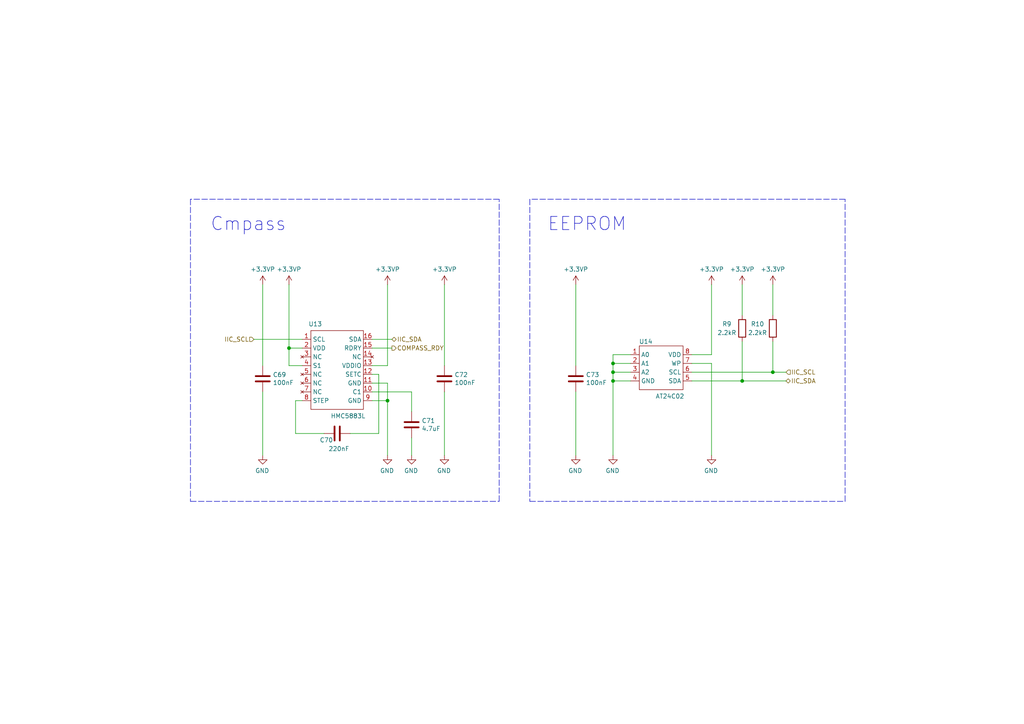
<source format=kicad_sch>
(kicad_sch (version 20211123) (generator eeschema)

  (uuid dac857bd-d2fe-4c0a-a82c-2b43d1c4927c)

  (paper "A4")

  (title_block
    (title "MM32_Board")
    (date "2022-01-18")
    (rev "1.2.2")
  )

  (lib_symbols
    (symbol "Device:C" (pin_numbers hide) (pin_names (offset 0.254)) (in_bom yes) (on_board yes)
      (property "Reference" "C" (id 0) (at 0.635 2.54 0)
        (effects (font (size 1.27 1.27)) (justify left))
      )
      (property "Value" "C" (id 1) (at 0.635 -2.54 0)
        (effects (font (size 1.27 1.27)) (justify left))
      )
      (property "Footprint" "" (id 2) (at 0.9652 -3.81 0)
        (effects (font (size 1.27 1.27)) hide)
      )
      (property "Datasheet" "~" (id 3) (at 0 0 0)
        (effects (font (size 1.27 1.27)) hide)
      )
      (property "ki_keywords" "cap capacitor" (id 4) (at 0 0 0)
        (effects (font (size 1.27 1.27)) hide)
      )
      (property "ki_description" "Unpolarized capacitor" (id 5) (at 0 0 0)
        (effects (font (size 1.27 1.27)) hide)
      )
      (property "ki_fp_filters" "C_*" (id 6) (at 0 0 0)
        (effects (font (size 1.27 1.27)) hide)
      )
      (symbol "C_0_1"
        (polyline
          (pts
            (xy -2.032 -0.762)
            (xy 2.032 -0.762)
          )
          (stroke (width 0.508) (type default) (color 0 0 0 0))
          (fill (type none))
        )
        (polyline
          (pts
            (xy -2.032 0.762)
            (xy 2.032 0.762)
          )
          (stroke (width 0.508) (type default) (color 0 0 0 0))
          (fill (type none))
        )
      )
      (symbol "C_1_1"
        (pin passive line (at 0 3.81 270) (length 2.794)
          (name "~" (effects (font (size 1.27 1.27))))
          (number "1" (effects (font (size 1.27 1.27))))
        )
        (pin passive line (at 0 -3.81 90) (length 2.794)
          (name "~" (effects (font (size 1.27 1.27))))
          (number "2" (effects (font (size 1.27 1.27))))
        )
      )
    )
    (symbol "Device:R" (pin_numbers hide) (pin_names (offset 0)) (in_bom yes) (on_board yes)
      (property "Reference" "R" (id 0) (at 2.032 0 90)
        (effects (font (size 1.27 1.27)))
      )
      (property "Value" "R" (id 1) (at 0 0 90)
        (effects (font (size 1.27 1.27)))
      )
      (property "Footprint" "" (id 2) (at -1.778 0 90)
        (effects (font (size 1.27 1.27)) hide)
      )
      (property "Datasheet" "~" (id 3) (at 0 0 0)
        (effects (font (size 1.27 1.27)) hide)
      )
      (property "ki_keywords" "R res resistor" (id 4) (at 0 0 0)
        (effects (font (size 1.27 1.27)) hide)
      )
      (property "ki_description" "Resistor" (id 5) (at 0 0 0)
        (effects (font (size 1.27 1.27)) hide)
      )
      (property "ki_fp_filters" "R_*" (id 6) (at 0 0 0)
        (effects (font (size 1.27 1.27)) hide)
      )
      (symbol "R_0_1"
        (rectangle (start -1.016 -2.54) (end 1.016 2.54)
          (stroke (width 0.254) (type default) (color 0 0 0 0))
          (fill (type none))
        )
      )
      (symbol "R_1_1"
        (pin passive line (at 0 3.81 270) (length 1.27)
          (name "~" (effects (font (size 1.27 1.27))))
          (number "1" (effects (font (size 1.27 1.27))))
        )
        (pin passive line (at 0 -3.81 90) (length 1.27)
          (name "~" (effects (font (size 1.27 1.27))))
          (number "2" (effects (font (size 1.27 1.27))))
        )
      )
    )
    (symbol "MM32_Periph:AT24C02" (in_bom yes) (on_board yes)
      (property "Reference" "U" (id 0) (at 1.27 13.97 0)
        (effects (font (size 1.27 1.27)))
      )
      (property "Value" "AT24C02" (id 1) (at 6.35 -1.27 0)
        (effects (font (size 1.27 1.27)))
      )
      (property "Footprint" "Package_SO:SOP-8_3.9x4.9mm_P1.27mm" (id 2) (at 7.62 -3.81 0)
        (effects (font (size 1.27 1.27)) hide)
      )
      (property "Datasheet" "" (id 3) (at 1.27 16.51 0)
        (effects (font (size 1.27 1.27)) hide)
      )
      (symbol "AT24C02_0_1"
        (rectangle (start 0 12.7) (end 12.7 0)
          (stroke (width 0) (type default) (color 0 0 0 0))
          (fill (type none))
        )
      )
      (symbol "AT24C02_1_1"
        (pin input line (at -2.54 10.16 0) (length 2.54)
          (name "A0" (effects (font (size 1.27 1.27))))
          (number "1" (effects (font (size 1.27 1.27))))
        )
        (pin input line (at -2.54 7.62 0) (length 2.54)
          (name "A1" (effects (font (size 1.27 1.27))))
          (number "2" (effects (font (size 1.27 1.27))))
        )
        (pin input line (at -2.54 5.08 0) (length 2.54)
          (name "A2" (effects (font (size 1.27 1.27))))
          (number "3" (effects (font (size 1.27 1.27))))
        )
        (pin power_in line (at -2.54 2.54 0) (length 2.54)
          (name "GND" (effects (font (size 1.27 1.27))))
          (number "4" (effects (font (size 1.27 1.27))))
        )
        (pin bidirectional line (at 15.24 2.54 180) (length 2.54)
          (name "SDA" (effects (font (size 1.27 1.27))))
          (number "5" (effects (font (size 1.27 1.27))))
        )
        (pin input line (at 15.24 5.08 180) (length 2.54)
          (name "SCL" (effects (font (size 1.27 1.27))))
          (number "6" (effects (font (size 1.27 1.27))))
        )
        (pin input line (at 15.24 7.62 180) (length 2.54)
          (name "WP" (effects (font (size 1.27 1.27))))
          (number "7" (effects (font (size 1.27 1.27))))
        )
        (pin power_in line (at 15.24 10.16 180) (length 2.54)
          (name "VDD" (effects (font (size 1.27 1.27))))
          (number "8" (effects (font (size 1.27 1.27))))
        )
      )
    )
    (symbol "MM32_Periph:HMC5883L" (in_bom yes) (on_board yes)
      (property "Reference" "U" (id 0) (at 1.27 24.13 0)
        (effects (font (size 1.27 1.27)))
      )
      (property "Value" "HMC5883L" (id 1) (at 10.16 -1.27 0)
        (effects (font (size 1.27 1.27)))
      )
      (property "Footprint" "MM32_Library:QFN-16_3x3_Pitch0.5mm" (id 2) (at 2.54 25.4 0)
        (effects (font (size 1.27 1.27)) hide)
      )
      (property "Datasheet" "" (id 3) (at 2.54 25.4 0)
        (effects (font (size 1.27 1.27)) hide)
      )
      (symbol "HMC5883L_0_1"
        (rectangle (start 0 22.86) (end 15.24 0)
          (stroke (width 0) (type default) (color 0 0 0 0))
          (fill (type none))
        )
      )
      (symbol "HMC5883L_1_1"
        (pin input line (at -2.54 20.32 0) (length 2.54)
          (name "SCL" (effects (font (size 1.27 1.27))))
          (number "1" (effects (font (size 1.27 1.27))))
        )
        (pin passive line (at 17.78 5.08 180) (length 2.54)
          (name "C1" (effects (font (size 1.27 1.27))))
          (number "10" (effects (font (size 1.27 1.27))))
        )
        (pin power_in line (at 17.78 7.62 180) (length 2.54)
          (name "GND" (effects (font (size 1.27 1.27))))
          (number "11" (effects (font (size 1.27 1.27))))
        )
        (pin passive line (at 17.78 10.16 180) (length 2.54)
          (name "SETC" (effects (font (size 1.27 1.27))))
          (number "12" (effects (font (size 1.27 1.27))))
        )
        (pin power_in line (at 17.78 12.7 180) (length 2.54)
          (name "VDDIO" (effects (font (size 1.27 1.27))))
          (number "13" (effects (font (size 1.27 1.27))))
        )
        (pin no_connect line (at 17.78 15.24 180) (length 2.54)
          (name "NC" (effects (font (size 1.27 1.27))))
          (number "14" (effects (font (size 1.27 1.27))))
        )
        (pin output line (at 17.78 17.78 180) (length 2.54)
          (name "RDRY" (effects (font (size 1.27 1.27))))
          (number "15" (effects (font (size 1.27 1.27))))
        )
        (pin bidirectional line (at 17.78 20.32 180) (length 2.54)
          (name "SDA" (effects (font (size 1.27 1.27))))
          (number "16" (effects (font (size 1.27 1.27))))
        )
        (pin power_in line (at -2.54 17.78 0) (length 2.54)
          (name "VDD" (effects (font (size 1.27 1.27))))
          (number "2" (effects (font (size 1.27 1.27))))
        )
        (pin no_connect line (at -2.54 15.24 0) (length 2.54)
          (name "NC" (effects (font (size 1.27 1.27))))
          (number "3" (effects (font (size 1.27 1.27))))
        )
        (pin power_in line (at -2.54 12.7 0) (length 2.54)
          (name "S1" (effects (font (size 1.27 1.27))))
          (number "4" (effects (font (size 1.27 1.27))))
        )
        (pin no_connect line (at -2.54 10.16 0) (length 2.54)
          (name "NC" (effects (font (size 1.27 1.27))))
          (number "5" (effects (font (size 1.27 1.27))))
        )
        (pin no_connect line (at -2.54 7.62 0) (length 2.54)
          (name "NC" (effects (font (size 1.27 1.27))))
          (number "6" (effects (font (size 1.27 1.27))))
        )
        (pin no_connect line (at -2.54 5.08 0) (length 2.54)
          (name "NC" (effects (font (size 1.27 1.27))))
          (number "7" (effects (font (size 1.27 1.27))))
        )
        (pin passive line (at -2.54 2.54 0) (length 2.54)
          (name "STEP" (effects (font (size 1.27 1.27))))
          (number "8" (effects (font (size 1.27 1.27))))
        )
        (pin power_in line (at 17.78 2.54 180) (length 2.54)
          (name "GND" (effects (font (size 1.27 1.27))))
          (number "9" (effects (font (size 1.27 1.27))))
        )
      )
    )
    (symbol "power:+3.3VP" (power) (pin_names (offset 0)) (in_bom yes) (on_board yes)
      (property "Reference" "#PWR" (id 0) (at 3.81 -1.27 0)
        (effects (font (size 1.27 1.27)) hide)
      )
      (property "Value" "+3.3VP" (id 1) (at 0 2.54 0)
        (effects (font (size 1.27 1.27)))
      )
      (property "Footprint" "" (id 2) (at 0 0 0)
        (effects (font (size 1.27 1.27)) hide)
      )
      (property "Datasheet" "" (id 3) (at 0 0 0)
        (effects (font (size 1.27 1.27)) hide)
      )
      (property "ki_keywords" "power-flag" (id 4) (at 0 0 0)
        (effects (font (size 1.27 1.27)) hide)
      )
      (property "ki_description" "Power symbol creates a global label with name \"+3.3VP\"" (id 5) (at 0 0 0)
        (effects (font (size 1.27 1.27)) hide)
      )
      (symbol "+3.3VP_0_0"
        (pin power_in line (at 0 0 90) (length 0) hide
          (name "+3.3VP" (effects (font (size 1.27 1.27))))
          (number "1" (effects (font (size 1.27 1.27))))
        )
      )
      (symbol "+3.3VP_0_1"
        (polyline
          (pts
            (xy -0.762 1.27)
            (xy 0 2.54)
          )
          (stroke (width 0) (type default) (color 0 0 0 0))
          (fill (type none))
        )
        (polyline
          (pts
            (xy 0 0)
            (xy 0 2.54)
          )
          (stroke (width 0) (type default) (color 0 0 0 0))
          (fill (type none))
        )
        (polyline
          (pts
            (xy 0 2.54)
            (xy 0.762 1.27)
          )
          (stroke (width 0) (type default) (color 0 0 0 0))
          (fill (type none))
        )
      )
    )
    (symbol "power:GND" (power) (pin_names (offset 0)) (in_bom yes) (on_board yes)
      (property "Reference" "#PWR" (id 0) (at 0 -6.35 0)
        (effects (font (size 1.27 1.27)) hide)
      )
      (property "Value" "GND" (id 1) (at 0 -3.81 0)
        (effects (font (size 1.27 1.27)))
      )
      (property "Footprint" "" (id 2) (at 0 0 0)
        (effects (font (size 1.27 1.27)) hide)
      )
      (property "Datasheet" "" (id 3) (at 0 0 0)
        (effects (font (size 1.27 1.27)) hide)
      )
      (property "ki_keywords" "power-flag" (id 4) (at 0 0 0)
        (effects (font (size 1.27 1.27)) hide)
      )
      (property "ki_description" "Power symbol creates a global label with name \"GND\" , ground" (id 5) (at 0 0 0)
        (effects (font (size 1.27 1.27)) hide)
      )
      (symbol "GND_0_1"
        (polyline
          (pts
            (xy 0 0)
            (xy 0 -1.27)
            (xy 1.27 -1.27)
            (xy 0 -2.54)
            (xy -1.27 -1.27)
            (xy 0 -1.27)
          )
          (stroke (width 0) (type default) (color 0 0 0 0))
          (fill (type none))
        )
      )
      (symbol "GND_1_1"
        (pin power_in line (at 0 0 270) (length 0) hide
          (name "GND" (effects (font (size 1.27 1.27))))
          (number "1" (effects (font (size 1.27 1.27))))
        )
      )
    )
  )

  (junction (at 215.265 110.49) (diameter 0) (color 0 0 0 0)
    (uuid 0b1847de-4ecc-4278-b070-96c35b8fd8bd)
  )
  (junction (at 177.8 107.95) (diameter 0) (color 0 0 0 0)
    (uuid 3fa86761-3c92-4b21-8139-66931689cabe)
  )
  (junction (at 83.82 100.965) (diameter 0) (color 0 0 0 0)
    (uuid 96361931-90e6-466d-9931-086a0ffba5fb)
  )
  (junction (at 177.8 110.49) (diameter 0) (color 0 0 0 0)
    (uuid 99246cc7-2c18-4350-baef-00bc5dcfe320)
  )
  (junction (at 177.8 105.41) (diameter 0) (color 0 0 0 0)
    (uuid 9a143b2e-3ddf-4817-8bf2-0b89338870b5)
  )
  (junction (at 224.155 107.95) (diameter 0) (color 0 0 0 0)
    (uuid e374fddb-3e22-4f80-bfa2-0d706d3c02b3)
  )
  (junction (at 112.395 116.205) (diameter 0) (color 0 0 0 0)
    (uuid e5d3570f-70d2-4dcb-8a26-2e8b7d7317c4)
  )

  (wire (pts (xy 112.395 82.55) (xy 112.395 106.045))
    (stroke (width 0) (type default) (color 0 0 0 0))
    (uuid 02eb7c30-1032-44c3-af47-5b253392902e)
  )
  (polyline (pts (xy 55.245 145.415) (xy 144.78 145.415))
    (stroke (width 0) (type default) (color 0 0 0 0))
    (uuid 0aa4b9ba-d403-4a92-be1a-5a5e9cc3ab5c)
  )

  (wire (pts (xy 206.375 102.87) (xy 200.66 102.87))
    (stroke (width 0) (type default) (color 0 0 0 0))
    (uuid 0e051b19-c3f8-43c7-9911-d04697e9a7ef)
  )
  (wire (pts (xy 87.63 106.045) (xy 83.82 106.045))
    (stroke (width 0) (type default) (color 0 0 0 0))
    (uuid 1114fad5-081a-4442-a66d-0aef7480e33f)
  )
  (wire (pts (xy 200.66 110.49) (xy 215.265 110.49))
    (stroke (width 0) (type default) (color 0 0 0 0))
    (uuid 123f1a95-bdbc-4185-aa40-71ca26c063da)
  )
  (wire (pts (xy 93.98 125.73) (xy 85.725 125.73))
    (stroke (width 0) (type default) (color 0 0 0 0))
    (uuid 1417da3c-3c5b-41a9-926b-8d236ab3b952)
  )
  (wire (pts (xy 112.395 116.205) (xy 112.395 132.08))
    (stroke (width 0) (type default) (color 0 0 0 0))
    (uuid 1448e2ee-4843-4488-a564-02c4d7b156d2)
  )
  (wire (pts (xy 83.82 100.965) (xy 87.63 100.965))
    (stroke (width 0) (type default) (color 0 0 0 0))
    (uuid 163b340b-d287-4298-bc90-f6f442d74493)
  )
  (wire (pts (xy 107.95 100.965) (xy 113.665 100.965))
    (stroke (width 0) (type default) (color 0 0 0 0))
    (uuid 174fe534-9610-415a-b69e-56ad988bb1d1)
  )
  (wire (pts (xy 177.8 107.95) (xy 182.88 107.95))
    (stroke (width 0) (type default) (color 0 0 0 0))
    (uuid 1ab0a218-0339-484c-84d4-cb31afdbcb5c)
  )
  (wire (pts (xy 76.2 113.665) (xy 76.2 132.08))
    (stroke (width 0) (type default) (color 0 0 0 0))
    (uuid 1bea2829-e911-43e1-9444-bcee43177dd6)
  )
  (wire (pts (xy 215.265 82.55) (xy 215.265 91.44))
    (stroke (width 0) (type default) (color 0 0 0 0))
    (uuid 3b3979f9-3b71-4d61-b9a9-019b75c9eb35)
  )
  (wire (pts (xy 224.155 82.55) (xy 224.155 91.44))
    (stroke (width 0) (type default) (color 0 0 0 0))
    (uuid 3bbb179b-6cf6-4b97-b242-21e9fc820c5d)
  )
  (wire (pts (xy 177.8 107.95) (xy 177.8 110.49))
    (stroke (width 0) (type default) (color 0 0 0 0))
    (uuid 3c2369e4-4bc0-4d92-bbca-d6aa21e3f25a)
  )
  (wire (pts (xy 200.66 107.95) (xy 224.155 107.95))
    (stroke (width 0) (type default) (color 0 0 0 0))
    (uuid 40427fe7-e0c4-418a-a965-1c487507516b)
  )
  (wire (pts (xy 128.905 113.665) (xy 128.905 132.08))
    (stroke (width 0) (type default) (color 0 0 0 0))
    (uuid 47a9952a-53e3-405f-971b-785e2f5b12c4)
  )
  (wire (pts (xy 119.38 113.665) (xy 119.38 119.38))
    (stroke (width 0) (type default) (color 0 0 0 0))
    (uuid 533706fe-192f-42a0-8d1b-54f9ee2013ba)
  )
  (wire (pts (xy 107.95 116.205) (xy 112.395 116.205))
    (stroke (width 0) (type default) (color 0 0 0 0))
    (uuid 598788b1-6cd1-4871-82cc-13ccb990f656)
  )
  (wire (pts (xy 224.155 99.06) (xy 224.155 107.95))
    (stroke (width 0) (type default) (color 0 0 0 0))
    (uuid 5aa93ef4-fb9d-49ed-b400-660791aa6d1e)
  )
  (wire (pts (xy 107.95 111.125) (xy 112.395 111.125))
    (stroke (width 0) (type default) (color 0 0 0 0))
    (uuid 5d3b1520-4846-48a2-8f8d-69acf5d56f23)
  )
  (wire (pts (xy 177.8 102.87) (xy 177.8 105.41))
    (stroke (width 0) (type default) (color 0 0 0 0))
    (uuid 62f08aa8-6225-4402-9d4d-8b0240f6b346)
  )
  (wire (pts (xy 109.855 108.585) (xy 109.855 125.73))
    (stroke (width 0) (type default) (color 0 0 0 0))
    (uuid 682787a0-1220-41a6-8cc9-3133ff3f38a8)
  )
  (wire (pts (xy 83.82 82.55) (xy 83.82 100.965))
    (stroke (width 0) (type default) (color 0 0 0 0))
    (uuid 69fe1b1e-4c0c-4736-9b0b-4379a39a282e)
  )
  (wire (pts (xy 128.905 82.55) (xy 128.905 106.045))
    (stroke (width 0) (type default) (color 0 0 0 0))
    (uuid 6fedb575-1899-431d-876d-9dcbad6d7729)
  )
  (wire (pts (xy 112.395 111.125) (xy 112.395 116.205))
    (stroke (width 0) (type default) (color 0 0 0 0))
    (uuid 7d637fa6-85ea-4505-a399-87ca530fa22e)
  )
  (wire (pts (xy 206.375 105.41) (xy 206.375 132.08))
    (stroke (width 0) (type default) (color 0 0 0 0))
    (uuid 7e029e60-9d6f-4828-80e9-33c3ce309878)
  )
  (polyline (pts (xy 153.67 57.785) (xy 153.67 145.415))
    (stroke (width 0) (type default) (color 0 0 0 0))
    (uuid 83879123-2390-4687-88f2-681e583a6b58)
  )
  (polyline (pts (xy 144.78 57.785) (xy 55.245 57.785))
    (stroke (width 0) (type default) (color 0 0 0 0))
    (uuid 96448024-5e99-441a-a68e-c824741a1ce8)
  )

  (wire (pts (xy 107.95 106.045) (xy 112.395 106.045))
    (stroke (width 0) (type default) (color 0 0 0 0))
    (uuid 9e246f0e-a939-4c38-8feb-7c9c5e9f4985)
  )
  (polyline (pts (xy 153.67 145.415) (xy 245.11 145.415))
    (stroke (width 0) (type default) (color 0 0 0 0))
    (uuid a5b3604f-6dcf-4809-9e58-93a237db22b9)
  )

  (wire (pts (xy 85.725 116.205) (xy 87.63 116.205))
    (stroke (width 0) (type default) (color 0 0 0 0))
    (uuid a63bdaac-6228-4ff7-9466-2699654c7814)
  )
  (wire (pts (xy 206.375 82.55) (xy 206.375 102.87))
    (stroke (width 0) (type default) (color 0 0 0 0))
    (uuid ad8ca98b-c869-4161-b055-d2768203c619)
  )
  (wire (pts (xy 215.265 99.06) (xy 215.265 110.49))
    (stroke (width 0) (type default) (color 0 0 0 0))
    (uuid afa040f3-2d26-4a6f-bdcf-a661df58f782)
  )
  (wire (pts (xy 83.82 100.965) (xy 83.82 106.045))
    (stroke (width 0) (type default) (color 0 0 0 0))
    (uuid b112ef06-d9f4-430f-9edf-6a9d2c16a69d)
  )
  (polyline (pts (xy 55.245 57.785) (xy 55.245 145.415))
    (stroke (width 0) (type default) (color 0 0 0 0))
    (uuid b3a228f5-99b4-4b5e-81b5-6994fd8791d7)
  )

  (wire (pts (xy 215.265 110.49) (xy 227.965 110.49))
    (stroke (width 0) (type default) (color 0 0 0 0))
    (uuid b8ece0c4-6800-4f93-858f-6c6f445b278c)
  )
  (wire (pts (xy 167.005 113.665) (xy 167.005 132.08))
    (stroke (width 0) (type default) (color 0 0 0 0))
    (uuid bfa58ffe-75b4-4ffe-b7ce-22611df5a49a)
  )
  (wire (pts (xy 177.8 110.49) (xy 177.8 132.08))
    (stroke (width 0) (type default) (color 0 0 0 0))
    (uuid c1d46dec-3b89-4887-9259-fdaaed757c8a)
  )
  (wire (pts (xy 182.88 102.87) (xy 177.8 102.87))
    (stroke (width 0) (type default) (color 0 0 0 0))
    (uuid c284c90c-6f13-4a10-83e8-ceb87f5aad77)
  )
  (wire (pts (xy 200.66 105.41) (xy 206.375 105.41))
    (stroke (width 0) (type default) (color 0 0 0 0))
    (uuid c60a252f-9484-4a51-ae51-bc8edcdee435)
  )
  (wire (pts (xy 182.88 110.49) (xy 177.8 110.49))
    (stroke (width 0) (type default) (color 0 0 0 0))
    (uuid d46ed965-2f7f-4b9b-8a5a-13d20ffa07e7)
  )
  (wire (pts (xy 177.8 105.41) (xy 182.88 105.41))
    (stroke (width 0) (type default) (color 0 0 0 0))
    (uuid d7c887b9-975f-4706-9f56-da75335a1a5b)
  )
  (polyline (pts (xy 245.11 57.785) (xy 153.67 57.785))
    (stroke (width 0) (type default) (color 0 0 0 0))
    (uuid dacc1a25-3f27-4e1b-b627-f0a00f78773c)
  )

  (wire (pts (xy 177.8 105.41) (xy 177.8 107.95))
    (stroke (width 0) (type default) (color 0 0 0 0))
    (uuid e183c0d6-2fcd-4c7f-974b-e091212e0d31)
  )
  (wire (pts (xy 107.95 113.665) (xy 119.38 113.665))
    (stroke (width 0) (type default) (color 0 0 0 0))
    (uuid e290f5ac-45bf-49af-b770-6508468bb0e2)
  )
  (wire (pts (xy 73.66 98.425) (xy 87.63 98.425))
    (stroke (width 0) (type default) (color 0 0 0 0))
    (uuid e46f4367-20fa-4b5c-91bc-b82d5fa94e12)
  )
  (wire (pts (xy 76.2 82.55) (xy 76.2 106.045))
    (stroke (width 0) (type default) (color 0 0 0 0))
    (uuid e92daa4d-6f44-438e-b7d5-96f2cb129971)
  )
  (wire (pts (xy 107.95 98.425) (xy 113.665 98.425))
    (stroke (width 0) (type default) (color 0 0 0 0))
    (uuid eba79d91-7ccf-4a8d-a6ba-cd2fc910f886)
  )
  (wire (pts (xy 101.6 125.73) (xy 109.855 125.73))
    (stroke (width 0) (type default) (color 0 0 0 0))
    (uuid ebbc2996-7281-4320-8023-a5a10c504113)
  )
  (wire (pts (xy 224.155 107.95) (xy 227.965 107.95))
    (stroke (width 0) (type default) (color 0 0 0 0))
    (uuid ee8ab582-789a-4ca3-9108-5f54026f9efb)
  )
  (wire (pts (xy 107.95 108.585) (xy 109.855 108.585))
    (stroke (width 0) (type default) (color 0 0 0 0))
    (uuid ef430f81-be6c-44e1-af8f-0a2c69691b0a)
  )
  (polyline (pts (xy 245.11 145.415) (xy 245.11 57.785))
    (stroke (width 0) (type default) (color 0 0 0 0))
    (uuid f296bfb8-3ec9-410d-a88e-1f40ae8ba7e5)
  )
  (polyline (pts (xy 144.78 145.415) (xy 144.78 57.785))
    (stroke (width 0) (type default) (color 0 0 0 0))
    (uuid f8a07d78-f63b-4528-a5ec-2a75de0a56b7)
  )

  (wire (pts (xy 167.005 82.55) (xy 167.005 106.045))
    (stroke (width 0) (type default) (color 0 0 0 0))
    (uuid fbc2a9a6-7a79-4bcf-8753-1a2e560d8fe5)
  )
  (wire (pts (xy 119.38 127) (xy 119.38 132.08))
    (stroke (width 0) (type default) (color 0 0 0 0))
    (uuid feed897f-a44f-4c7c-9806-936f05119bc5)
  )
  (wire (pts (xy 85.725 125.73) (xy 85.725 116.205))
    (stroke (width 0) (type default) (color 0 0 0 0))
    (uuid ffb7d62a-2a41-4629-b7ed-ace26f15c968)
  )

  (text "EEPROM" (at 158.75 67.31 0)
    (effects (font (size 3.81 3.81)) (justify left bottom))
    (uuid 570b5589-1265-4466-88e2-15b25e462cb4)
  )
  (text "Cmpass" (at 60.96 67.31 0)
    (effects (font (size 3.81 3.81)) (justify left bottom))
    (uuid 798e45e4-7cad-4ca2-b0e3-182ec5153d4a)
  )

  (hierarchical_label "IIC_SCL" (shape input) (at 73.66 98.425 180)
    (effects (font (size 1.27 1.27)) (justify right))
    (uuid 94dd417d-8259-43ca-957e-819ec8ea61d8)
  )
  (hierarchical_label "COMPASS_RDY" (shape output) (at 113.665 100.965 0)
    (effects (font (size 1.27 1.27)) (justify left))
    (uuid 95c776ec-10f4-4909-8ddf-053b741c2341)
  )
  (hierarchical_label "IIC_SDA" (shape bidirectional) (at 113.665 98.425 0)
    (effects (font (size 1.27 1.27)) (justify left))
    (uuid c4f4351e-8ec3-4ef0-9c5b-f66e107070ac)
  )
  (hierarchical_label "IIC_SDA" (shape bidirectional) (at 227.965 110.49 0)
    (effects (font (size 1.27 1.27)) (justify left))
    (uuid dcfddf8d-7646-4cf7-b1ca-679af5d7c283)
  )
  (hierarchical_label "IIC_SCL" (shape input) (at 227.965 107.95 0)
    (effects (font (size 1.27 1.27)) (justify left))
    (uuid e730b42f-26de-45b4-b7fd-0175e3766897)
  )

  (symbol (lib_id "Device:C") (at 128.905 109.855 0) (unit 1)
    (in_bom yes) (on_board yes)
    (uuid 0235df5b-74d4-4fd3-a838-1dbdffdb31c4)
    (property "Reference" "C72" (id 0) (at 131.826 108.6866 0)
      (effects (font (size 1.27 1.27)) (justify left))
    )
    (property "Value" "100nF" (id 1) (at 131.826 110.998 0)
      (effects (font (size 1.27 1.27)) (justify left))
    )
    (property "Footprint" "Capacitor_SMD:C_0603_1608Metric" (id 2) (at 129.8702 113.665 0)
      (effects (font (size 1.27 1.27)) hide)
    )
    (property "Datasheet" "~" (id 3) (at 128.905 109.855 0)
      (effects (font (size 1.27 1.27)) hide)
    )
    (pin "1" (uuid 99d3cee6-5e5c-4161-bed0-de5663621ae4))
    (pin "2" (uuid eb1887fb-114a-420d-8108-94594d679dd0))
  )

  (symbol (lib_id "MM32_Periph:AT24C02") (at 185.42 113.03 0) (unit 1)
    (in_bom yes) (on_board yes)
    (uuid 0c3ba1b6-7976-4c67-9efa-1457c99ef463)
    (property "Reference" "U14" (id 0) (at 187.325 99.06 0))
    (property "Value" "AT24C02" (id 1) (at 194.31 114.935 0))
    (property "Footprint" "Package_SO:SOP-8_3.9x4.9mm_P1.27mm" (id 2) (at 193.04 116.84 0)
      (effects (font (size 1.27 1.27)) hide)
    )
    (property "Datasheet" "" (id 3) (at 186.69 96.52 0)
      (effects (font (size 1.27 1.27)) hide)
    )
    (pin "1" (uuid 64bad094-b263-4db6-a1e1-c2e245d62bea))
    (pin "2" (uuid 6aca62d9-9877-4bc2-ac55-10c6871f3590))
    (pin "3" (uuid 503b8e3f-4b59-45d3-9dbb-eec5f858874e))
    (pin "4" (uuid 1e4f6856-84b5-49c6-8c18-28293b64c158))
    (pin "5" (uuid 4115a8a8-8393-4fa2-ac9e-e1886cd3b420))
    (pin "6" (uuid d6b652b2-da2d-43f5-af5c-622aebe8523c))
    (pin "7" (uuid 7f761bcc-4e13-4021-bdc9-bdb0d07b12dd))
    (pin "8" (uuid 4172c304-9cf1-4530-819b-9fa38d4a1708))
  )

  (symbol (lib_id "power:+3.3VP") (at 83.82 82.55 0) (unit 1)
    (in_bom yes) (on_board yes)
    (uuid 0c7d8fcb-a3c0-4eb5-a199-4737e7c14e01)
    (property "Reference" "#PWR0177" (id 0) (at 87.63 83.82 0)
      (effects (font (size 1.27 1.27)) hide)
    )
    (property "Value" "+3.3VP" (id 1) (at 83.82 78.105 0))
    (property "Footprint" "" (id 2) (at 83.82 82.55 0)
      (effects (font (size 1.27 1.27)) hide)
    )
    (property "Datasheet" "" (id 3) (at 83.82 82.55 0)
      (effects (font (size 1.27 1.27)) hide)
    )
    (pin "1" (uuid 02f8ad66-4f35-401c-b9e6-7d3cd95c9d2d))
  )

  (symbol (lib_id "power:GND") (at 76.2 132.08 0) (unit 1)
    (in_bom yes) (on_board yes)
    (uuid 1cf64655-4bd4-4424-8319-9f46849829c7)
    (property "Reference" "#PWR0176" (id 0) (at 76.2 138.43 0)
      (effects (font (size 1.27 1.27)) hide)
    )
    (property "Value" "GND" (id 1) (at 78.105 136.525 0)
      (effects (font (size 1.27 1.27)) (justify right))
    )
    (property "Footprint" "" (id 2) (at 76.2 132.08 0)
      (effects (font (size 1.27 1.27)) hide)
    )
    (property "Datasheet" "" (id 3) (at 76.2 132.08 0)
      (effects (font (size 1.27 1.27)) hide)
    )
    (pin "1" (uuid 4479e792-6813-4cfc-a3d1-ba7c872c27e8))
  )

  (symbol (lib_id "Device:R") (at 215.265 95.25 0) (unit 1)
    (in_bom yes) (on_board yes)
    (uuid 1f5bbee2-ceb8-4588-b96b-14e47354993f)
    (property "Reference" "R9" (id 0) (at 210.82 93.98 0))
    (property "Value" "2.2kR" (id 1) (at 210.82 96.52 0))
    (property "Footprint" "Resistor_SMD:R_0603_1608Metric" (id 2) (at 213.487 95.25 90)
      (effects (font (size 1.27 1.27)) hide)
    )
    (property "Datasheet" "~" (id 3) (at 215.265 95.25 0)
      (effects (font (size 1.27 1.27)) hide)
    )
    (pin "1" (uuid 517ad0b2-abae-461b-9a86-665a04c2b526))
    (pin "2" (uuid 25256921-0fc9-4207-b241-a5f0156a1d5c))
  )

  (symbol (lib_id "Device:C") (at 119.38 123.19 0) (unit 1)
    (in_bom yes) (on_board yes)
    (uuid 1f65eb4c-5fc9-47ce-9c25-03b83f3814a4)
    (property "Reference" "C71" (id 0) (at 122.301 122.0216 0)
      (effects (font (size 1.27 1.27)) (justify left))
    )
    (property "Value" "4.7uF" (id 1) (at 122.301 124.333 0)
      (effects (font (size 1.27 1.27)) (justify left))
    )
    (property "Footprint" "Capacitor_SMD:C_0603_1608Metric" (id 2) (at 120.3452 127 0)
      (effects (font (size 1.27 1.27)) hide)
    )
    (property "Datasheet" "~" (id 3) (at 119.38 123.19 0)
      (effects (font (size 1.27 1.27)) hide)
    )
    (pin "1" (uuid d1e0933d-de6b-43d2-9e56-0716edc5907f))
    (pin "2" (uuid ae3768b4-53ec-4118-9399-443e914b2998))
  )

  (symbol (lib_id "power:+3.3VP") (at 76.2 82.55 0) (unit 1)
    (in_bom yes) (on_board yes)
    (uuid 3f2bd1b2-9b9a-4f4e-b16b-a5cb1869a7c9)
    (property "Reference" "#PWR0175" (id 0) (at 80.01 83.82 0)
      (effects (font (size 1.27 1.27)) hide)
    )
    (property "Value" "+3.3VP" (id 1) (at 76.2 78.105 0))
    (property "Footprint" "" (id 2) (at 76.2 82.55 0)
      (effects (font (size 1.27 1.27)) hide)
    )
    (property "Datasheet" "" (id 3) (at 76.2 82.55 0)
      (effects (font (size 1.27 1.27)) hide)
    )
    (pin "1" (uuid 6f38c2b7-4398-4983-82d5-9780588873c3))
  )

  (symbol (lib_id "power:GND") (at 128.905 132.08 0) (unit 1)
    (in_bom yes) (on_board yes)
    (uuid 3f6d789c-c0d6-4ee7-aeaa-2969b2549254)
    (property "Reference" "#PWR0182" (id 0) (at 128.905 138.43 0)
      (effects (font (size 1.27 1.27)) hide)
    )
    (property "Value" "GND" (id 1) (at 130.81 136.525 0)
      (effects (font (size 1.27 1.27)) (justify right))
    )
    (property "Footprint" "" (id 2) (at 128.905 132.08 0)
      (effects (font (size 1.27 1.27)) hide)
    )
    (property "Datasheet" "" (id 3) (at 128.905 132.08 0)
      (effects (font (size 1.27 1.27)) hide)
    )
    (pin "1" (uuid 3105819a-576a-4d5e-8b50-5aab27283606))
  )

  (symbol (lib_id "Device:C") (at 97.79 125.73 270) (unit 1)
    (in_bom yes) (on_board yes)
    (uuid 4eb8beb8-e1a5-4685-9ad8-287b2764f530)
    (property "Reference" "C70" (id 0) (at 92.71 127.635 90)
      (effects (font (size 1.27 1.27)) (justify left))
    )
    (property "Value" "220nF" (id 1) (at 95.25 130.175 90)
      (effects (font (size 1.27 1.27)) (justify left))
    )
    (property "Footprint" "Capacitor_SMD:C_0603_1608Metric" (id 2) (at 93.98 126.6952 0)
      (effects (font (size 1.27 1.27)) hide)
    )
    (property "Datasheet" "~" (id 3) (at 97.79 125.73 0)
      (effects (font (size 1.27 1.27)) hide)
    )
    (pin "1" (uuid 83b8bfee-60e8-4437-a4ca-02c67702f257))
    (pin "2" (uuid b4e75807-63a7-4715-9870-250e5e8e8144))
  )

  (symbol (lib_id "Device:C") (at 167.005 109.855 0) (unit 1)
    (in_bom yes) (on_board yes)
    (uuid 5243a6ac-bc64-4886-9169-2f262dfd771b)
    (property "Reference" "C73" (id 0) (at 169.926 108.6866 0)
      (effects (font (size 1.27 1.27)) (justify left))
    )
    (property "Value" "100nF" (id 1) (at 169.926 110.998 0)
      (effects (font (size 1.27 1.27)) (justify left))
    )
    (property "Footprint" "Capacitor_SMD:C_0603_1608Metric" (id 2) (at 167.9702 113.665 0)
      (effects (font (size 1.27 1.27)) hide)
    )
    (property "Datasheet" "~" (id 3) (at 167.005 109.855 0)
      (effects (font (size 1.27 1.27)) hide)
    )
    (pin "1" (uuid 4da2bdd3-6323-4b23-9c83-1045967f30e5))
    (pin "2" (uuid ad286d5f-5dcb-4ba4-83ea-8cfcb28f4d1e))
  )

  (symbol (lib_id "power:+3.3VP") (at 215.265 82.55 0) (unit 1)
    (in_bom yes) (on_board yes)
    (uuid 68760a0b-918a-444b-944e-df85fc5c5647)
    (property "Reference" "#PWR0188" (id 0) (at 219.075 83.82 0)
      (effects (font (size 1.27 1.27)) hide)
    )
    (property "Value" "+3.3VP" (id 1) (at 215.265 78.105 0))
    (property "Footprint" "" (id 2) (at 215.265 82.55 0)
      (effects (font (size 1.27 1.27)) hide)
    )
    (property "Datasheet" "" (id 3) (at 215.265 82.55 0)
      (effects (font (size 1.27 1.27)) hide)
    )
    (pin "1" (uuid ddacf807-4c5c-4743-be5b-e54c6256941e))
  )

  (symbol (lib_id "power:GND") (at 206.375 132.08 0) (unit 1)
    (in_bom yes) (on_board yes)
    (uuid 7de53ff7-70bc-4209-ba37-297a9b4605d2)
    (property "Reference" "#PWR0187" (id 0) (at 206.375 138.43 0)
      (effects (font (size 1.27 1.27)) hide)
    )
    (property "Value" "GND" (id 1) (at 208.28 136.525 0)
      (effects (font (size 1.27 1.27)) (justify right))
    )
    (property "Footprint" "" (id 2) (at 206.375 132.08 0)
      (effects (font (size 1.27 1.27)) hide)
    )
    (property "Datasheet" "" (id 3) (at 206.375 132.08 0)
      (effects (font (size 1.27 1.27)) hide)
    )
    (pin "1" (uuid d7c51b99-b2f0-4022-825c-5fd3865dc393))
  )

  (symbol (lib_id "power:+3.3VP") (at 167.005 82.55 0) (unit 1)
    (in_bom yes) (on_board yes)
    (uuid 8359b265-9a04-4103-9fbc-9b20a589ebc1)
    (property "Reference" "#PWR0183" (id 0) (at 170.815 83.82 0)
      (effects (font (size 1.27 1.27)) hide)
    )
    (property "Value" "+3.3VP" (id 1) (at 167.005 78.105 0))
    (property "Footprint" "" (id 2) (at 167.005 82.55 0)
      (effects (font (size 1.27 1.27)) hide)
    )
    (property "Datasheet" "" (id 3) (at 167.005 82.55 0)
      (effects (font (size 1.27 1.27)) hide)
    )
    (pin "1" (uuid 7d7dc59c-c2d7-49d4-9dac-bbe434681285))
  )

  (symbol (lib_id "power:+3.3VP") (at 112.395 82.55 0) (unit 1)
    (in_bom yes) (on_board yes)
    (uuid 88ee65c0-7c36-47e4-9c36-581960d4422d)
    (property "Reference" "#PWR0178" (id 0) (at 116.205 83.82 0)
      (effects (font (size 1.27 1.27)) hide)
    )
    (property "Value" "+3.3VP" (id 1) (at 112.395 78.105 0))
    (property "Footprint" "" (id 2) (at 112.395 82.55 0)
      (effects (font (size 1.27 1.27)) hide)
    )
    (property "Datasheet" "" (id 3) (at 112.395 82.55 0)
      (effects (font (size 1.27 1.27)) hide)
    )
    (pin "1" (uuid 518ea753-4d85-42ad-bb5b-f54703a7d8dc))
  )

  (symbol (lib_id "Device:C") (at 76.2 109.855 0) (unit 1)
    (in_bom yes) (on_board yes)
    (uuid 9363b0ab-3041-4e3b-a29e-47112c9e8c8a)
    (property "Reference" "C69" (id 0) (at 79.121 108.6866 0)
      (effects (font (size 1.27 1.27)) (justify left))
    )
    (property "Value" "100nF" (id 1) (at 79.121 110.998 0)
      (effects (font (size 1.27 1.27)) (justify left))
    )
    (property "Footprint" "Capacitor_SMD:C_0603_1608Metric" (id 2) (at 77.1652 113.665 0)
      (effects (font (size 1.27 1.27)) hide)
    )
    (property "Datasheet" "~" (id 3) (at 76.2 109.855 0)
      (effects (font (size 1.27 1.27)) hide)
    )
    (pin "1" (uuid 18291427-2365-4ea5-924a-3f922dd9dd7f))
    (pin "2" (uuid f7770c87-2577-4a8a-9fb0-515b4cfc5e20))
  )

  (symbol (lib_id "power:GND") (at 167.005 132.08 0) (unit 1)
    (in_bom yes) (on_board yes)
    (uuid 9e726e0e-2269-434c-a284-b548e4d1cb2f)
    (property "Reference" "#PWR0184" (id 0) (at 167.005 138.43 0)
      (effects (font (size 1.27 1.27)) hide)
    )
    (property "Value" "GND" (id 1) (at 168.91 136.525 0)
      (effects (font (size 1.27 1.27)) (justify right))
    )
    (property "Footprint" "" (id 2) (at 167.005 132.08 0)
      (effects (font (size 1.27 1.27)) hide)
    )
    (property "Datasheet" "" (id 3) (at 167.005 132.08 0)
      (effects (font (size 1.27 1.27)) hide)
    )
    (pin "1" (uuid c9ed4fe0-5cb5-46e5-ac1d-c03b05676451))
  )

  (symbol (lib_id "power:+3.3VP") (at 224.155 82.55 0) (unit 1)
    (in_bom yes) (on_board yes)
    (uuid 9fc97031-46b3-47d5-acdb-8554dd65c3bc)
    (property "Reference" "#PWR0189" (id 0) (at 227.965 83.82 0)
      (effects (font (size 1.27 1.27)) hide)
    )
    (property "Value" "+3.3VP" (id 1) (at 224.155 78.105 0))
    (property "Footprint" "" (id 2) (at 224.155 82.55 0)
      (effects (font (size 1.27 1.27)) hide)
    )
    (property "Datasheet" "" (id 3) (at 224.155 82.55 0)
      (effects (font (size 1.27 1.27)) hide)
    )
    (pin "1" (uuid 16399bc6-de0c-4bd1-b1e7-b46195135a22))
  )

  (symbol (lib_id "Device:R") (at 224.155 95.25 0) (unit 1)
    (in_bom yes) (on_board yes)
    (uuid 9fda019a-5350-4524-b5e4-0e13d75d61d1)
    (property "Reference" "R10" (id 0) (at 219.71 93.98 0))
    (property "Value" "2.2kR" (id 1) (at 219.71 96.52 0))
    (property "Footprint" "Resistor_SMD:R_0603_1608Metric" (id 2) (at 222.377 95.25 90)
      (effects (font (size 1.27 1.27)) hide)
    )
    (property "Datasheet" "~" (id 3) (at 224.155 95.25 0)
      (effects (font (size 1.27 1.27)) hide)
    )
    (pin "1" (uuid 17a0c7f4-592e-46c4-81e9-0571cca32d42))
    (pin "2" (uuid c9bff167-55ae-4290-ad9c-020740aeb981))
  )

  (symbol (lib_id "power:GND") (at 119.38 132.08 0) (unit 1)
    (in_bom yes) (on_board yes)
    (uuid aba51e74-d5d3-4573-acb8-6f606acb0cb5)
    (property "Reference" "#PWR0180" (id 0) (at 119.38 138.43 0)
      (effects (font (size 1.27 1.27)) hide)
    )
    (property "Value" "GND" (id 1) (at 121.285 136.525 0)
      (effects (font (size 1.27 1.27)) (justify right))
    )
    (property "Footprint" "" (id 2) (at 119.38 132.08 0)
      (effects (font (size 1.27 1.27)) hide)
    )
    (property "Datasheet" "" (id 3) (at 119.38 132.08 0)
      (effects (font (size 1.27 1.27)) hide)
    )
    (pin "1" (uuid 8b24b23a-1cab-41eb-b15b-248f3591f4b4))
  )

  (symbol (lib_id "power:+3.3VP") (at 206.375 82.55 0) (unit 1)
    (in_bom yes) (on_board yes)
    (uuid ae81da8e-b2b5-40bc-aeaa-c1512eea488c)
    (property "Reference" "#PWR0186" (id 0) (at 210.185 83.82 0)
      (effects (font (size 1.27 1.27)) hide)
    )
    (property "Value" "+3.3VP" (id 1) (at 206.375 78.105 0))
    (property "Footprint" "" (id 2) (at 206.375 82.55 0)
      (effects (font (size 1.27 1.27)) hide)
    )
    (property "Datasheet" "" (id 3) (at 206.375 82.55 0)
      (effects (font (size 1.27 1.27)) hide)
    )
    (pin "1" (uuid 67baea07-880b-437e-910a-8ff730f06066))
  )

  (symbol (lib_id "power:GND") (at 112.395 132.08 0) (unit 1)
    (in_bom yes) (on_board yes)
    (uuid d8c143ad-d85f-44ea-8904-3712e8042217)
    (property "Reference" "#PWR0179" (id 0) (at 112.395 138.43 0)
      (effects (font (size 1.27 1.27)) hide)
    )
    (property "Value" "GND" (id 1) (at 114.3 136.525 0)
      (effects (font (size 1.27 1.27)) (justify right))
    )
    (property "Footprint" "" (id 2) (at 112.395 132.08 0)
      (effects (font (size 1.27 1.27)) hide)
    )
    (property "Datasheet" "" (id 3) (at 112.395 132.08 0)
      (effects (font (size 1.27 1.27)) hide)
    )
    (pin "1" (uuid 76a37e5a-6255-44dc-84f1-ea064c8525ee))
  )

  (symbol (lib_id "power:GND") (at 177.8 132.08 0) (unit 1)
    (in_bom yes) (on_board yes)
    (uuid df8b0068-cb2b-4713-a175-a8d110da9127)
    (property "Reference" "#PWR0185" (id 0) (at 177.8 138.43 0)
      (effects (font (size 1.27 1.27)) hide)
    )
    (property "Value" "GND" (id 1) (at 179.705 136.525 0)
      (effects (font (size 1.27 1.27)) (justify right))
    )
    (property "Footprint" "" (id 2) (at 177.8 132.08 0)
      (effects (font (size 1.27 1.27)) hide)
    )
    (property "Datasheet" "" (id 3) (at 177.8 132.08 0)
      (effects (font (size 1.27 1.27)) hide)
    )
    (pin "1" (uuid 1e3c182a-3b5b-4870-afd8-d7d303e020ac))
  )

  (symbol (lib_id "power:+3.3VP") (at 128.905 82.55 0) (unit 1)
    (in_bom yes) (on_board yes)
    (uuid e3745de1-ba15-4c1f-ab34-9470f9f55202)
    (property "Reference" "#PWR0181" (id 0) (at 132.715 83.82 0)
      (effects (font (size 1.27 1.27)) hide)
    )
    (property "Value" "+3.3VP" (id 1) (at 128.905 78.105 0))
    (property "Footprint" "" (id 2) (at 128.905 82.55 0)
      (effects (font (size 1.27 1.27)) hide)
    )
    (property "Datasheet" "" (id 3) (at 128.905 82.55 0)
      (effects (font (size 1.27 1.27)) hide)
    )
    (pin "1" (uuid 615a6aed-044e-4f45-8a8d-33f04634a206))
  )

  (symbol (lib_id "MM32_Periph:HMC5883L") (at 90.17 118.745 0) (unit 1)
    (in_bom yes) (on_board yes)
    (uuid e9849458-b660-4143-bb2d-8de2b914ecd0)
    (property "Reference" "U13" (id 0) (at 91.44 93.98 0))
    (property "Value" "HMC5883L" (id 1) (at 100.965 120.65 0))
    (property "Footprint" "MM32_Library:QFN-16_3x3_Pitch0.5mm" (id 2) (at 92.71 93.345 0)
      (effects (font (size 1.27 1.27)) hide)
    )
    (property "Datasheet" "" (id 3) (at 92.71 93.345 0)
      (effects (font (size 1.27 1.27)) hide)
    )
    (pin "1" (uuid 1b7a4895-6f90-48a5-9da9-0f2b99a5c7b7))
    (pin "10" (uuid 31dcfa14-92b3-40c0-9b7e-3e11dc0058e1))
    (pin "11" (uuid 0635a2e9-540d-45a2-a544-4c9b2f436e87))
    (pin "12" (uuid c124feb2-fd68-47c0-8449-e77f5ec2c83f))
    (pin "13" (uuid 77d0ce3f-6e55-4e92-8d54-75fee56e7f73))
    (pin "14" (uuid aaf5673a-6b05-4126-bde2-b3775a865be8))
    (pin "15" (uuid c23c7e02-b255-4920-a07f-c04cc8666e4d))
    (pin "16" (uuid 19b8a416-d457-47c0-a7b0-da25cad6c5a1))
    (pin "2" (uuid c56f63ab-855c-40f2-a369-d65080c720e0))
    (pin "3" (uuid 2b67d597-023b-4fd7-aeda-ea634ecb0c1f))
    (pin "4" (uuid 93c3e365-58ed-42a7-8905-5c8f27ce30a4))
    (pin "5" (uuid af3ccbe2-7261-4506-96de-96f205b72055))
    (pin "6" (uuid 4459b91b-d937-4427-a170-e7027c4df452))
    (pin "7" (uuid 51b18456-8852-4cce-ad37-628dd1c4103a))
    (pin "8" (uuid 3f4deceb-42a7-4a0d-9fd3-ef2bdd876b68))
    (pin "9" (uuid 914c80a4-10cb-4be4-9c30-5d106d81ef94))
  )
)

</source>
